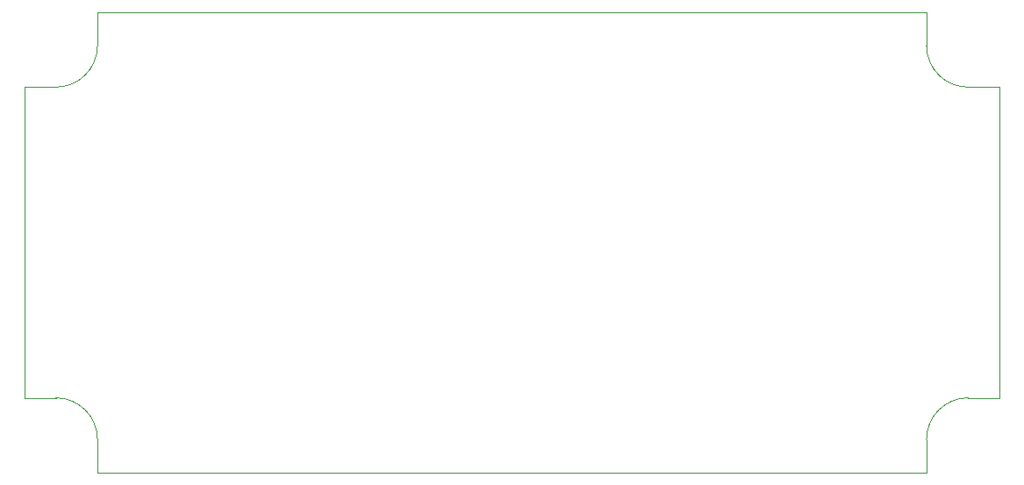
<source format=gm1>
G04 #@! TF.GenerationSoftware,KiCad,Pcbnew,7.0.5-0*
G04 #@! TF.CreationDate,2024-11-09T14:15:42+01:00*
G04 #@! TF.ProjectId,p44mini_lx,7034346d-696e-4695-9f6c-782e6b696361,rev?*
G04 #@! TF.SameCoordinates,Original*
G04 #@! TF.FileFunction,Profile,NP*
%FSLAX46Y46*%
G04 Gerber Fmt 4.6, Leading zero omitted, Abs format (unit mm)*
G04 Created by KiCad (PCBNEW 7.0.5-0) date 2024-11-09 14:15:42*
%MOMM*%
%LPD*%
G01*
G04 APERTURE LIST*
G04 #@! TA.AperFunction,Profile*
%ADD10C,0.100000*%
G04 #@! TD*
G04 APERTURE END LIST*
D10*
X67500000Y-40202540D02*
X147500000Y-40202540D01*
X151500000Y-77452540D02*
X154500000Y-77452540D01*
X147499960Y-43452540D02*
G75*
G03*
X151500000Y-47452540I4000040J40D01*
G01*
X151500000Y-47452540D02*
X154500000Y-47452540D01*
X67500000Y-81452540D02*
X67500000Y-84702540D01*
X67499960Y-81452540D02*
G75*
G03*
X63500000Y-77452540I-3999960J40D01*
G01*
X147500000Y-81452540D02*
X147500000Y-84702540D01*
X63500000Y-47452540D02*
X60500000Y-47452540D01*
X63500000Y-77452540D02*
X60500000Y-77452540D01*
X154500000Y-77452540D02*
X154500000Y-47452540D01*
X147500000Y-43452540D02*
X147500000Y-40202540D01*
X67500000Y-43452540D02*
X67500000Y-40202540D01*
X63500000Y-47452540D02*
G75*
G03*
X67500000Y-43452540I0J4000000D01*
G01*
X60500000Y-47452540D02*
X60500000Y-77452540D01*
X147500000Y-84702540D02*
X67500000Y-84702540D01*
X151500000Y-77452500D02*
G75*
G03*
X147500000Y-81452540I0J-4000000D01*
G01*
M02*

</source>
